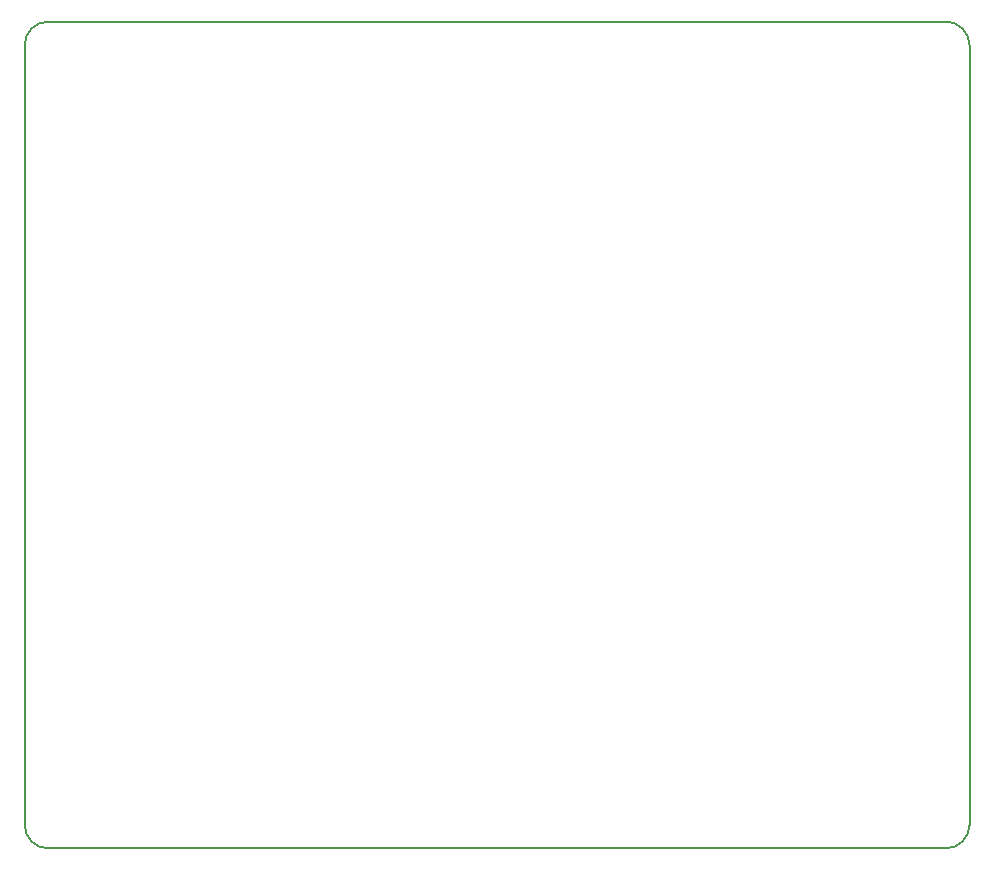
<source format=gbr>
%TF.GenerationSoftware,KiCad,Pcbnew,7.0.6-7.0.6~ubuntu22.04.1*%
%TF.CreationDate,2023-08-18T16:08:42-04:00*%
%TF.ProjectId,robot,726f626f-742e-46b6-9963-61645f706362,rev?*%
%TF.SameCoordinates,Original*%
%TF.FileFunction,Profile,NP*%
%FSLAX46Y46*%
G04 Gerber Fmt 4.6, Leading zero omitted, Abs format (unit mm)*
G04 Created by KiCad (PCBNEW 7.0.6-7.0.6~ubuntu22.04.1) date 2023-08-18 16:08:42*
%MOMM*%
%LPD*%
G01*
G04 APERTURE LIST*
%TA.AperFunction,Profile*%
%ADD10C,0.160000*%
%TD*%
G04 APERTURE END LIST*
D10*
X62000000Y-160000000D02*
X138000000Y-160000000D01*
X140000000Y-92000000D02*
X140000000Y-158000000D01*
X62000000Y-90000000D02*
G75*
G03*
X60000000Y-92000000I0J-2000000D01*
G01*
X62000000Y-90000000D02*
X138000000Y-90000000D01*
X140000000Y-92000000D02*
G75*
G03*
X138000000Y-90000000I-2000000J0D01*
G01*
X138000000Y-160000000D02*
G75*
G03*
X140000000Y-158000000I0J2000000D01*
G01*
X60000000Y-158000000D02*
G75*
G03*
X62000000Y-160000000I2000000J0D01*
G01*
X60000000Y-158000000D02*
X60000000Y-92000000D01*
M02*

</source>
